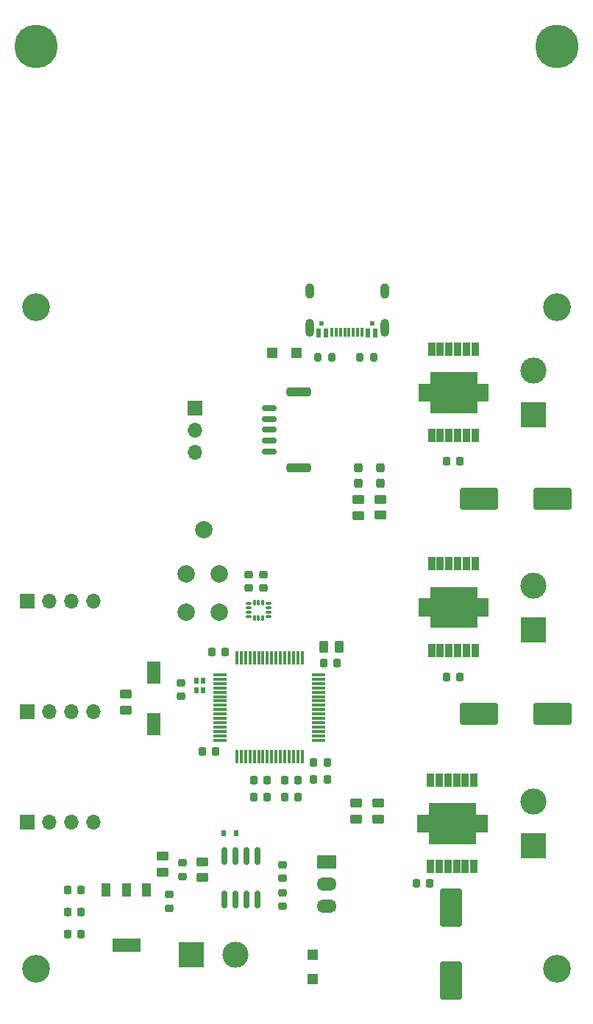
<source format=gbr>
%TF.GenerationSoftware,KiCad,Pcbnew,7.0.9-7.0.9~ubuntu22.04.1*%
%TF.CreationDate,2023-12-07T20:45:01+01:00*%
%TF.ProjectId,Carte_Base_roulante_2024,43617274-655f-4426-9173-655f726f756c,rev?*%
%TF.SameCoordinates,Original*%
%TF.FileFunction,Soldermask,Top*%
%TF.FilePolarity,Negative*%
%FSLAX46Y46*%
G04 Gerber Fmt 4.6, Leading zero omitted, Abs format (unit mm)*
G04 Created by KiCad (PCBNEW 7.0.9-7.0.9~ubuntu22.04.1) date 2023-12-07 20:45:01*
%MOMM*%
%LPD*%
G01*
G04 APERTURE LIST*
G04 Aperture macros list*
%AMRoundRect*
0 Rectangle with rounded corners*
0 $1 Rounding radius*
0 $2 $3 $4 $5 $6 $7 $8 $9 X,Y pos of 4 corners*
0 Add a 4 corners polygon primitive as box body*
4,1,4,$2,$3,$4,$5,$6,$7,$8,$9,$2,$3,0*
0 Add four circle primitives for the rounded corners*
1,1,$1+$1,$2,$3*
1,1,$1+$1,$4,$5*
1,1,$1+$1,$6,$7*
1,1,$1+$1,$8,$9*
0 Add four rect primitives between the rounded corners*
20,1,$1+$1,$2,$3,$4,$5,0*
20,1,$1+$1,$4,$5,$6,$7,0*
20,1,$1+$1,$6,$7,$8,$9,0*
20,1,$1+$1,$8,$9,$2,$3,0*%
G04 Aperture macros list end*
%ADD10C,0.010000*%
%ADD11C,5.000000*%
%ADD12RoundRect,0.237500X-0.237500X0.287500X-0.237500X-0.287500X0.237500X-0.287500X0.237500X0.287500X0*%
%ADD13C,2.000000*%
%ADD14RoundRect,0.102000X0.325000X-0.675000X0.325000X0.675000X-0.325000X0.675000X-0.325000X-0.675000X0*%
%ADD15R,3.000000X3.000000*%
%ADD16C,3.000000*%
%ADD17R,1.700000X1.700000*%
%ADD18O,1.700000X1.700000*%
%ADD19RoundRect,0.225000X0.225000X0.250000X-0.225000X0.250000X-0.225000X-0.250000X0.225000X-0.250000X0*%
%ADD20RoundRect,0.250000X-0.450000X0.262500X-0.450000X-0.262500X0.450000X-0.262500X0.450000X0.262500X0*%
%ADD21RoundRect,0.150000X-0.150000X0.825000X-0.150000X-0.825000X0.150000X-0.825000X0.150000X0.825000X0*%
%ADD22RoundRect,0.225000X-0.250000X0.225000X-0.250000X-0.225000X0.250000X-0.225000X0.250000X0.225000X0*%
%ADD23C,0.600000*%
%ADD24R,0.600000X1.090000*%
%ADD25R,0.300000X1.140000*%
%ADD26O,1.000000X2.100000*%
%ADD27O,1.000000X1.800000*%
%ADD28R,1.000000X1.500000*%
%ADD29R,3.300000X1.500000*%
%ADD30C,3.200000*%
%ADD31RoundRect,0.250000X0.450000X-0.262500X0.450000X0.262500X-0.450000X0.262500X-0.450000X-0.262500X0*%
%ADD32R,1.600000X2.500000*%
%ADD33R,1.200000X1.200000*%
%ADD34RoundRect,0.200000X0.200000X0.275000X-0.200000X0.275000X-0.200000X-0.275000X0.200000X-0.275000X0*%
%ADD35R,0.600000X0.700000*%
%ADD36RoundRect,0.075000X-0.700000X-0.075000X0.700000X-0.075000X0.700000X0.075000X-0.700000X0.075000X0*%
%ADD37RoundRect,0.075000X-0.075000X-0.700000X0.075000X-0.700000X0.075000X0.700000X-0.075000X0.700000X0*%
%ADD38RoundRect,0.218750X0.256250X-0.218750X0.256250X0.218750X-0.256250X0.218750X-0.256250X-0.218750X0*%
%ADD39RoundRect,0.250000X-0.262500X-0.450000X0.262500X-0.450000X0.262500X0.450000X-0.262500X0.450000X0*%
%ADD40RoundRect,0.250000X-1.950000X-1.000000X1.950000X-1.000000X1.950000X1.000000X-1.950000X1.000000X0*%
%ADD41RoundRect,0.200000X-0.200000X-0.275000X0.200000X-0.275000X0.200000X0.275000X-0.200000X0.275000X0*%
%ADD42RoundRect,0.250000X-1.000000X1.950000X-1.000000X-1.950000X1.000000X-1.950000X1.000000X1.950000X0*%
%ADD43R,2.300000X1.500000*%
%ADD44O,2.300000X1.500000*%
%ADD45RoundRect,0.225000X0.250000X-0.225000X0.250000X0.225000X-0.250000X0.225000X-0.250000X-0.225000X0*%
%ADD46RoundRect,0.027500X-0.222500X0.272500X-0.222500X-0.272500X0.222500X-0.272500X0.222500X0.272500X0*%
%ADD47RoundRect,0.225000X-0.225000X-0.250000X0.225000X-0.250000X0.225000X0.250000X-0.225000X0.250000X0*%
%ADD48RoundRect,0.150000X-0.700000X0.150000X-0.700000X-0.150000X0.700000X-0.150000X0.700000X0.150000X0*%
%ADD49RoundRect,0.250000X-1.150000X0.250000X-1.150000X-0.250000X1.150000X-0.250000X1.150000X0.250000X0*%
%ADD50RoundRect,0.087500X0.225000X0.087500X-0.225000X0.087500X-0.225000X-0.087500X0.225000X-0.087500X0*%
%ADD51RoundRect,0.087500X0.087500X0.225000X-0.087500X0.225000X-0.087500X-0.225000X0.087500X-0.225000X0*%
G04 APERTURE END LIST*
%TO.C,U2*%
D10*
X141697000Y-100463500D02*
X143047000Y-100463500D01*
X143047000Y-102463500D01*
X141697000Y-102463500D01*
X141697000Y-103763500D01*
X136397000Y-103763500D01*
X136397000Y-102463500D01*
X135047000Y-102463500D01*
X135047000Y-100463500D01*
X136397000Y-100463500D01*
X136397000Y-99163500D01*
X141697000Y-99163500D01*
X141697000Y-100463500D01*
G36*
X141697000Y-100463500D02*
G01*
X143047000Y-100463500D01*
X143047000Y-102463500D01*
X141697000Y-102463500D01*
X141697000Y-103763500D01*
X136397000Y-103763500D01*
X136397000Y-102463500D01*
X135047000Y-102463500D01*
X135047000Y-100463500D01*
X136397000Y-100463500D01*
X136397000Y-99163500D01*
X141697000Y-99163500D01*
X141697000Y-100463500D01*
G37*
%TO.C,U6*%
X141697000Y-75780000D02*
X143047000Y-75780000D01*
X143047000Y-77780000D01*
X141697000Y-77780000D01*
X141697000Y-79080000D01*
X136397000Y-79080000D01*
X136397000Y-77780000D01*
X135047000Y-77780000D01*
X135047000Y-75780000D01*
X136397000Y-75780000D01*
X136397000Y-74480000D01*
X141697000Y-74480000D01*
X141697000Y-75780000D01*
G36*
X141697000Y-75780000D02*
G01*
X143047000Y-75780000D01*
X143047000Y-77780000D01*
X141697000Y-77780000D01*
X141697000Y-79080000D01*
X136397000Y-79080000D01*
X136397000Y-77780000D01*
X135047000Y-77780000D01*
X135047000Y-75780000D01*
X136397000Y-75780000D01*
X136397000Y-74480000D01*
X141697000Y-74480000D01*
X141697000Y-75780000D01*
G37*
%TO.C,U3*%
X141570000Y-125310000D02*
X142920000Y-125310000D01*
X142920000Y-127310000D01*
X141570000Y-127310000D01*
X141570000Y-128610000D01*
X136270000Y-128610000D01*
X136270000Y-127310000D01*
X134920000Y-127310000D01*
X134920000Y-125310000D01*
X136270000Y-125310000D01*
X136270000Y-124010000D01*
X141570000Y-124010000D01*
X141570000Y-125310000D01*
G36*
X141570000Y-125310000D02*
G01*
X142920000Y-125310000D01*
X142920000Y-127310000D01*
X141570000Y-127310000D01*
X141570000Y-128610000D01*
X136270000Y-128610000D01*
X136270000Y-127310000D01*
X134920000Y-127310000D01*
X134920000Y-125310000D01*
X136270000Y-125310000D01*
X136270000Y-124010000D01*
X141570000Y-124010000D01*
X141570000Y-125310000D01*
G37*
%TD*%
D11*
%TO.C,REF\u002A\u002A*%
X151000000Y-37000000D03*
%TD*%
%TO.C,REF\u002A\u002A*%
X91000000Y-37000000D03*
%TD*%
D12*
%TO.C,LED2*%
X128072000Y-85475500D03*
X128072000Y-87225500D03*
%TD*%
D13*
%TO.C,TP_MISO1*%
X112070000Y-102075000D03*
%TD*%
D14*
%TO.C,U2*%
X136547000Y-106438500D03*
X137547000Y-106438500D03*
X138547000Y-106438500D03*
X139547000Y-106438500D03*
X140547000Y-106438500D03*
X141547000Y-106438500D03*
X141547000Y-96488500D03*
X140547000Y-96488500D03*
X139547000Y-96488500D03*
X138547000Y-96488500D03*
X137547000Y-96488500D03*
X136547000Y-96488500D03*
%TD*%
%TO.C,U6*%
X136547000Y-81755000D03*
X137547000Y-81755000D03*
X138547000Y-81755000D03*
X139547000Y-81755000D03*
X140547000Y-81755000D03*
X141547000Y-81755000D03*
X141547000Y-71805000D03*
X140547000Y-71805000D03*
X139547000Y-71805000D03*
X138547000Y-71805000D03*
X137547000Y-71805000D03*
X136547000Y-71805000D03*
%TD*%
D15*
%TO.C,MOT3*%
X148265000Y-128850000D03*
D16*
X148265000Y-123770000D03*
%TD*%
D17*
%TO.C,ENC 2*%
X89972000Y-113505000D03*
D18*
X92512000Y-113505000D03*
X95052000Y-113505000D03*
X97592000Y-113505000D03*
%TD*%
D19*
%TO.C,C8*%
X125646000Y-107917000D03*
X124096000Y-107917000D03*
%TD*%
D20*
%TO.C,R4*%
X130358000Y-123999000D03*
X130358000Y-125824000D03*
%TD*%
D21*
%TO.C,Q2*%
X116515000Y-130080000D03*
X115245000Y-130080000D03*
X113975000Y-130080000D03*
X112705000Y-130080000D03*
X112705000Y-135030000D03*
X113975000Y-135030000D03*
X115245000Y-135030000D03*
X116515000Y-135030000D03*
%TD*%
D22*
%TO.C,C16*%
X115471500Y-97736000D03*
X115471500Y-99286000D03*
%TD*%
D19*
%TO.C,C14*%
X117645000Y-123284000D03*
X116095000Y-123284000D03*
%TD*%
D23*
%TO.C,USB-C1*%
X129688000Y-68835000D03*
X123908000Y-68835000D03*
D24*
X130048000Y-69930000D03*
X129248000Y-69930000D03*
D25*
X128048000Y-69905000D03*
X127048000Y-69905000D03*
X126548000Y-69905000D03*
X125548000Y-69905000D03*
D24*
X123548000Y-69930000D03*
X124348000Y-69930000D03*
D25*
X125048000Y-69905000D03*
X126048000Y-69905000D03*
X127548000Y-69905000D03*
X128548000Y-69905000D03*
D26*
X131118000Y-69335000D03*
D27*
X131118000Y-65155000D03*
D26*
X122478000Y-69335000D03*
D27*
X122478000Y-65155000D03*
%TD*%
D28*
%TO.C,Transfo5->3.3*%
X103702000Y-134002000D03*
X101402000Y-134002000D03*
X99102000Y-134002000D03*
D29*
X101402000Y-140302000D03*
%TD*%
D30*
%TO.C,H4*%
X91000000Y-143000000D03*
%TD*%
D13*
%TO.C,TP_SCK1*%
X108260000Y-97630000D03*
%TD*%
D31*
%TO.C,R5*%
X105593000Y-131920000D03*
X105593000Y-130095000D03*
%TD*%
D19*
%TO.C,C9*%
X124516000Y-119347000D03*
X122966000Y-119347000D03*
%TD*%
D32*
%TO.C,SWITCH1*%
X104551000Y-114902000D03*
X104551000Y-109002000D03*
%TD*%
D33*
%TO.C,D2*%
X122865000Y-144239000D03*
X122865000Y-141439000D03*
%TD*%
D19*
%TO.C,C12*%
X121175000Y-123284000D03*
X119625000Y-123284000D03*
%TD*%
D20*
%TO.C,R2*%
X110165000Y-130730000D03*
X110165000Y-132555000D03*
%TD*%
D30*
%TO.C,H2*%
X151000000Y-67000000D03*
%TD*%
D34*
%TO.C,R8*%
X125087000Y-72738000D03*
X123437000Y-72738000D03*
%TD*%
D35*
%TO.C,ZENER1*%
X114040000Y-127475000D03*
X112640000Y-127475000D03*
%TD*%
D13*
%TO.C,TP_GND1*%
X110292000Y-92550000D03*
%TD*%
D36*
%TO.C,U1*%
X112211000Y-109247000D03*
X112211000Y-109747000D03*
X112211000Y-110247000D03*
X112211000Y-110747000D03*
X112211000Y-111247000D03*
X112211000Y-111747000D03*
X112211000Y-112247000D03*
X112211000Y-112747000D03*
X112211000Y-113247000D03*
X112211000Y-113747000D03*
X112211000Y-114247000D03*
X112211000Y-114747000D03*
X112211000Y-115247000D03*
X112211000Y-115747000D03*
X112211000Y-116247000D03*
X112211000Y-116747000D03*
D37*
X114136000Y-118672000D03*
X114636000Y-118672000D03*
X115136000Y-118672000D03*
X115636000Y-118672000D03*
X116136000Y-118672000D03*
X116636000Y-118672000D03*
X117136000Y-118672000D03*
X117636000Y-118672000D03*
X118136000Y-118672000D03*
X118636000Y-118672000D03*
X119136000Y-118672000D03*
X119636000Y-118672000D03*
X120136000Y-118672000D03*
X120636000Y-118672000D03*
X121136000Y-118672000D03*
X121636000Y-118672000D03*
D36*
X123561000Y-116747000D03*
X123561000Y-116247000D03*
X123561000Y-115747000D03*
X123561000Y-115247000D03*
X123561000Y-114747000D03*
X123561000Y-114247000D03*
X123561000Y-113747000D03*
X123561000Y-113247000D03*
X123561000Y-112747000D03*
X123561000Y-112247000D03*
X123561000Y-111747000D03*
X123561000Y-111247000D03*
X123561000Y-110747000D03*
X123561000Y-110247000D03*
X123561000Y-109747000D03*
X123561000Y-109247000D03*
D37*
X121636000Y-107322000D03*
X121136000Y-107322000D03*
X120636000Y-107322000D03*
X120136000Y-107322000D03*
X119636000Y-107322000D03*
X119136000Y-107322000D03*
X118636000Y-107322000D03*
X118136000Y-107322000D03*
X117636000Y-107322000D03*
X117136000Y-107322000D03*
X116636000Y-107322000D03*
X116136000Y-107322000D03*
X115636000Y-107322000D03*
X115136000Y-107322000D03*
X114636000Y-107322000D03*
X114136000Y-107322000D03*
%TD*%
D19*
%TO.C,C22*%
X96209000Y-134002000D03*
X94659000Y-134002000D03*
%TD*%
D38*
%TO.C,D5*%
X107879000Y-132428000D03*
X107879000Y-130853000D03*
%TD*%
D30*
%TO.C,H3*%
X151000000Y-143000000D03*
%TD*%
D39*
%TO.C,R1*%
X124111500Y-106012000D03*
X125936500Y-106012000D03*
%TD*%
D22*
%TO.C,C23*%
X119387500Y-131098000D03*
X119387500Y-132648000D03*
%TD*%
D40*
%TO.C,C2*%
X142024000Y-88975000D03*
X150424000Y-88975000D03*
%TD*%
D41*
%TO.C,R7*%
X128263000Y-72738000D03*
X129913000Y-72738000D03*
%TD*%
D42*
%TO.C,C6*%
X138740000Y-135975000D03*
X138740000Y-144375000D03*
%TD*%
D19*
%TO.C,C11*%
X124516000Y-121252000D03*
X122966000Y-121252000D03*
%TD*%
D31*
%TO.C,R3*%
X127818000Y-125824000D03*
X127818000Y-123999000D03*
%TD*%
D17*
%TO.C,UART4*%
X109276000Y-78595000D03*
D18*
X109276000Y-81135000D03*
X109276000Y-83675000D03*
%TD*%
D22*
%TO.C,C17*%
X117216500Y-97736000D03*
X117216500Y-99286000D03*
%TD*%
D17*
%TO.C,ENC 1*%
X89972000Y-126205000D03*
D18*
X92512000Y-126205000D03*
X95052000Y-126205000D03*
X97592000Y-126205000D03*
%TD*%
D17*
%TO.C,ENC 3*%
X89972000Y-100805000D03*
D18*
X92512000Y-100805000D03*
X95052000Y-100805000D03*
X97592000Y-100805000D03*
%TD*%
D19*
%TO.C,C21*%
X96209000Y-136512000D03*
X94659000Y-136512000D03*
%TD*%
%TO.C,C15*%
X117645000Y-121379000D03*
X116095000Y-121379000D03*
%TD*%
D43*
%TO.C,Transfo18->5*%
X124467500Y-130743000D03*
D44*
X124467500Y-133283000D03*
X124467500Y-135823000D03*
%TD*%
D13*
%TO.C,TP_MOSI1*%
X108260000Y-102075000D03*
%TD*%
D45*
%TO.C,C24*%
X119387500Y-135870000D03*
X119387500Y-134320000D03*
%TD*%
D46*
%TO.C,QUARTZ1*%
X109466000Y-109907000D03*
X109466000Y-111007000D03*
X110266000Y-111007000D03*
X110266000Y-109907000D03*
%TD*%
D12*
%TO.C,LED1*%
X130612000Y-85466000D03*
X130612000Y-87216000D03*
%TD*%
D22*
%TO.C,C18*%
X107726000Y-110177000D03*
X107726000Y-111727000D03*
%TD*%
D47*
%TO.C,C7*%
X110126000Y-118077000D03*
X111676000Y-118077000D03*
%TD*%
D15*
%TO.C,ALIM1*%
X108895000Y-141445000D03*
D16*
X113975000Y-141445000D03*
%TD*%
D47*
%TO.C,C10*%
X111256000Y-106647000D03*
X112806000Y-106647000D03*
%TD*%
D19*
%TO.C,C20*%
X96209000Y-139022000D03*
X94659000Y-139022000D03*
%TD*%
D33*
%TO.C,D3*%
X118160000Y-72230000D03*
X120960000Y-72230000D03*
%TD*%
D19*
%TO.C,C13*%
X121175000Y-121379000D03*
X119625000Y-121379000D03*
%TD*%
D31*
%TO.C,R6*%
X128072000Y-90922500D03*
X128072000Y-89097500D03*
%TD*%
D40*
%TO.C,C4*%
X142024000Y-113725000D03*
X150424000Y-113725000D03*
%TD*%
D14*
%TO.C,U3*%
X136420000Y-131285000D03*
X137420000Y-131285000D03*
X138420000Y-131285000D03*
X139420000Y-131285000D03*
X140420000Y-131285000D03*
X141420000Y-131285000D03*
X141420000Y-121335000D03*
X140420000Y-121335000D03*
X139420000Y-121335000D03*
X138420000Y-121335000D03*
X137420000Y-121335000D03*
X136420000Y-121335000D03*
%TD*%
D30*
%TO.C,H1*%
X91000000Y-67000000D03*
%TD*%
D31*
%TO.C,R10*%
X130646000Y-90913000D03*
X130646000Y-89088000D03*
%TD*%
D48*
%TO.C,DEBUG1*%
X117864000Y-78588000D03*
X117864000Y-79838000D03*
X117864000Y-81088000D03*
X117864000Y-82338000D03*
X117864000Y-83588000D03*
D49*
X121214000Y-76738000D03*
X121214000Y-85438000D03*
%TD*%
D50*
%TO.C,IMU1*%
X117796500Y-102575000D03*
X117796500Y-102075000D03*
X117796500Y-101575000D03*
X117796500Y-101075000D03*
D51*
X117134000Y-100912500D03*
X116634000Y-100912500D03*
X116134000Y-100912500D03*
D50*
X115471500Y-101075000D03*
X115471500Y-101575000D03*
X115471500Y-102075000D03*
X115471500Y-102575000D03*
D51*
X116134000Y-102737500D03*
X116634000Y-102737500D03*
X117134000Y-102737500D03*
%TD*%
D22*
%TO.C,C19*%
X106369000Y-134497000D03*
X106369000Y-136047000D03*
%TD*%
D19*
%TO.C,C3*%
X139790000Y-109475000D03*
X138240000Y-109475000D03*
%TD*%
D20*
%TO.C,R9*%
X101376000Y-111449500D03*
X101376000Y-113274500D03*
%TD*%
D15*
%TO.C,MOT2*%
X148265000Y-104085000D03*
D16*
X148265000Y-99005000D03*
%TD*%
D13*
%TO.C,TP_CS1*%
X112070000Y-97630000D03*
%TD*%
D19*
%TO.C,C1*%
X139790000Y-84725000D03*
X138240000Y-84725000D03*
%TD*%
D15*
%TO.C,MOT1*%
X148265000Y-79320000D03*
D16*
X148265000Y-74240000D03*
%TD*%
D19*
%TO.C,C5*%
X136340000Y-133190000D03*
X134790000Y-133190000D03*
%TD*%
M02*

</source>
